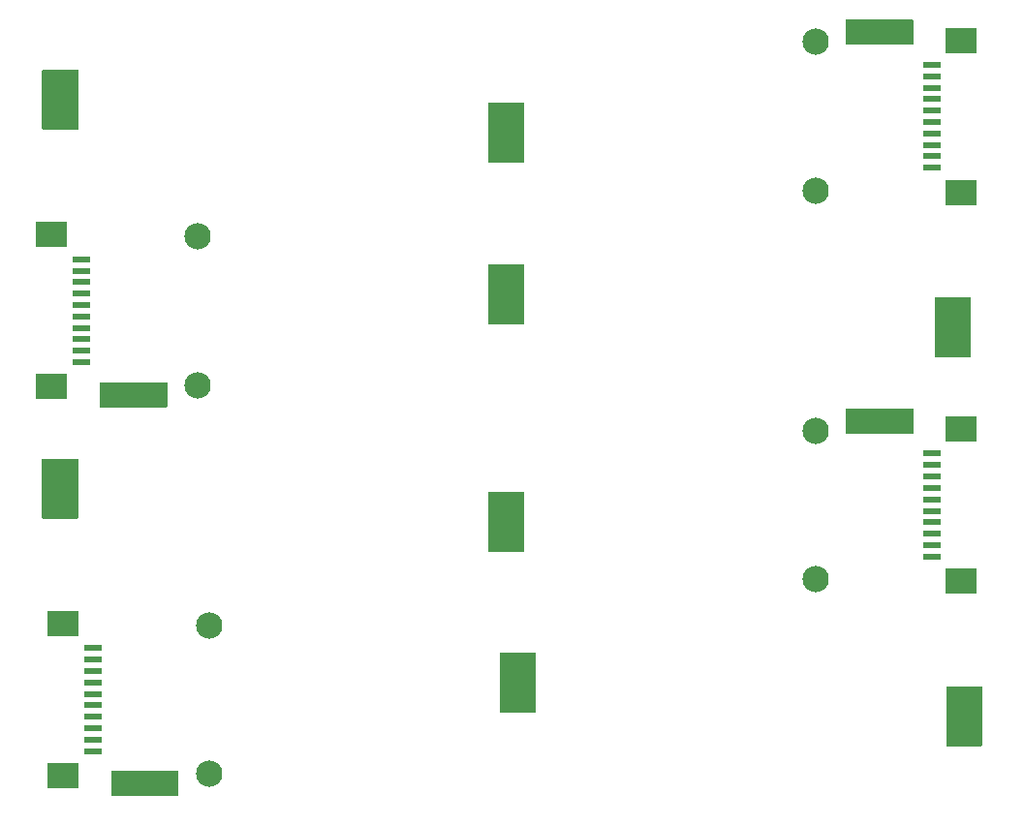
<source format=gbs>
%MOIN*%
%OFA0B0*%
%FSLAX34Y34*%
%IPPOS*%
%LPD*%
%AMOC8*
5,1,8,0,0,$1,22.5*%
%AMOC80*
5,1,8,0,0,$1,22.5*%
%AMOC81*
5,1,8,0,0,$1,112.5*%
%AMOC80*
5,1,8,0,0,$1,-67.5*%
%AMOC81*
5,1,8,0,0,$1,112.5*%
%AMOC80*
5,1,8,0,0,$1,-67.5*%
%ADD10C,0.090677165354330708*%
%ADD11R,0.059181102362204731X0.019811023622047244*%
%ADD12R,0.1064251968503937X0.086740157480314953*%
%ADD13R,0.12204724409448819X0.062992125984251982*%
%ADD14C,0.090677165354330708*%
%ADD15R,0.059181102362204731X0.019811023622047244*%
%ADD16R,0.1064251968503937X0.086740157480314953*%
%ADD17R,0.12204724409448819X0.062992125984251982*%
%ADD18C,0.090677165354330708*%
%ADD19R,0.059181102362204731X0.019811023622047244*%
%ADD20R,0.1064251968503937X0.086740157480314953*%
%ADD21R,0.12204724409448819X0.062992125984251982*%
%ADD22C,0.090677165354330708*%
%ADD23R,0.059181102362204731X0.019811023622047244*%
%ADD24R,0.1064251968503937X0.086740157480314953*%
%ADD25R,0.12204724409448819X0.062992125984251982*%
G75*
G01*
G04 next file*
G04 EAGLE Gerber RS-274X export*
G75*
G01*
G04 next file*
G04 EAGLE Gerber RS-274X export*
G75*
G01*
G36*
X0005344Y0033859D02*
X0005344Y0033859D01*
X0005344Y0033859D01*
X0005344Y0033863D01*
X0005343Y0033867D01*
X0005342Y0033868D01*
X0005342Y0033869D01*
X0005340Y0033872D01*
X0005338Y0033876D01*
X0005338Y0033876D01*
X0005337Y0033877D01*
X0005334Y0033880D01*
X0005331Y0033883D01*
X0005331Y0033883D01*
X0005330Y0033883D01*
X0005326Y0033885D01*
X0005322Y0033887D01*
X0005322Y0033887D01*
X0005321Y0033887D01*
X0005314Y0033888D01*
X0004133Y0033888D01*
X0004133Y0033888D01*
X0004132Y0033888D01*
X0004128Y0033887D01*
X0004124Y0033886D01*
X0004123Y0033886D01*
X0004122Y0033886D01*
X0004119Y0033884D01*
X0004115Y0033882D01*
X0004115Y0033881D01*
X0004114Y0033881D01*
X0004111Y0033878D01*
X0004109Y0033875D01*
X0004108Y0033874D01*
X0004108Y0033873D01*
X0004106Y0033870D01*
X0004104Y0033866D01*
X0004104Y0033865D01*
X0004104Y0033864D01*
X0004103Y0033858D01*
X0004103Y0031850D01*
X0004103Y0031849D01*
X0004103Y0031848D01*
X0004104Y0031844D01*
X0004105Y0031840D01*
X0004105Y0031840D01*
X0004105Y0031839D01*
X0004108Y0031835D01*
X0004110Y0031832D01*
X0004110Y0031831D01*
X0004110Y0031831D01*
X0004114Y0031828D01*
X0004117Y0031825D01*
X0004117Y0031825D01*
X0004118Y0031824D01*
X0004122Y0031823D01*
X0004125Y0031821D01*
X0004126Y0031821D01*
X0004127Y0031821D01*
X0004133Y0031820D01*
X0005314Y0031820D01*
X0005315Y0031820D01*
X0005316Y0031820D01*
X0005320Y0031821D01*
X0005324Y0031822D01*
X0005325Y0031822D01*
X0005325Y0031822D01*
X0005329Y0031824D01*
X0005333Y0031826D01*
X0005333Y0031827D01*
X0005334Y0031827D01*
X0005336Y0031830D01*
X0005339Y0031833D01*
X0005340Y0031834D01*
X0005340Y0031834D01*
X0005342Y0031838D01*
X0005343Y0031842D01*
X0005343Y0031843D01*
X0005344Y0031843D01*
X0005344Y0031850D01*
X0005344Y0033858D01*
X0005344Y0033859D01*
G37*
G36*
X0020699Y0032717D02*
X0020699Y0032717D01*
X0020699Y0032718D01*
X0020698Y0032722D01*
X0020697Y0032726D01*
X0020697Y0032726D01*
X0020697Y0032727D01*
X0020695Y0032731D01*
X0020693Y0032734D01*
X0020692Y0032735D01*
X0020692Y0032735D01*
X0020689Y0032738D01*
X0020686Y0032741D01*
X0020685Y0032741D01*
X0020684Y0032742D01*
X0020681Y0032743D01*
X0020677Y0032745D01*
X0020676Y0032745D01*
X0020675Y0032745D01*
X0020669Y0032746D01*
X0019488Y0032746D01*
X0019487Y0032746D01*
X0019486Y0032746D01*
X0019482Y0032745D01*
X0019478Y0032744D01*
X0019477Y0032744D01*
X0019477Y0032744D01*
X0019473Y0032742D01*
X0019470Y0032740D01*
X0019469Y0032739D01*
X0019468Y0032739D01*
X0019466Y0032736D01*
X0019463Y0032733D01*
X0019463Y0032732D01*
X0019462Y0032732D01*
X0019461Y0032728D01*
X0019459Y0032724D01*
X0019459Y0032723D01*
X0019458Y0032723D01*
X0019458Y0032716D01*
X0019458Y0030708D01*
X0019458Y0030707D01*
X0019458Y0030707D01*
X0019459Y0030703D01*
X0019459Y0030699D01*
X0019460Y0030698D01*
X0019460Y0030697D01*
X0019462Y0030694D01*
X0019464Y0030690D01*
X0019464Y0030690D01*
X0019465Y0030689D01*
X0019468Y0030686D01*
X0019471Y0030683D01*
X0019472Y0030683D01*
X0019472Y0030683D01*
X0019476Y0030681D01*
X0019480Y0030679D01*
X0019480Y0030679D01*
X0019481Y0030679D01*
X0019488Y0030678D01*
X0020669Y0030678D01*
X0020670Y0030678D01*
X0020670Y0030678D01*
X0020674Y0030679D01*
X0020678Y0030680D01*
X0020679Y0030680D01*
X0020680Y0030680D01*
X0020683Y0030682D01*
X0020687Y0030684D01*
X0020687Y0030685D01*
X0020688Y0030685D01*
X0020691Y0030688D01*
X0020694Y0030691D01*
X0020694Y0030692D01*
X0020694Y0030693D01*
X0020696Y0030696D01*
X0020698Y0030700D01*
X0020698Y0030701D01*
X0020698Y0030702D01*
X0020699Y0030708D01*
X0020699Y0032716D01*
X0020699Y0032717D01*
G37*
G36*
X0034074Y0035590D02*
X0034074Y0035590D01*
X0034074Y0035591D01*
X0034073Y0035594D01*
X0034073Y0035598D01*
X0034073Y0035598D01*
X0034072Y0035598D01*
X0034070Y0035601D01*
X0034068Y0035604D01*
X0034068Y0035604D01*
X0034068Y0035605D01*
X0034065Y0035606D01*
X0034062Y0035608D01*
X0034061Y0035608D01*
X0034061Y0035609D01*
X0034055Y0035610D01*
X0031771Y0035610D01*
X0031771Y0035610D01*
X0031770Y0035610D01*
X0031767Y0035609D01*
X0031763Y0035608D01*
X0031763Y0035608D01*
X0031763Y0035608D01*
X0031760Y0035606D01*
X0031757Y0035604D01*
X0031757Y0035603D01*
X0031757Y0035603D01*
X0031755Y0035600D01*
X0031753Y0035597D01*
X0031753Y0035597D01*
X0031753Y0035597D01*
X0031752Y0035590D01*
X0031752Y0034763D01*
X0031752Y0034763D01*
X0031752Y0034763D01*
X0031752Y0034759D01*
X0031753Y0034756D01*
X0031753Y0034755D01*
X0031753Y0034755D01*
X0031755Y0034752D01*
X0031757Y0034749D01*
X0031758Y0034749D01*
X0031758Y0034749D01*
X0031761Y0034747D01*
X0031764Y0034745D01*
X0031764Y0034745D01*
X0031765Y0034745D01*
X0031771Y0034744D01*
X0034055Y0034744D01*
X0034055Y0034744D01*
X0034055Y0034744D01*
X0034059Y0034744D01*
X0034062Y0034745D01*
X0034063Y0034745D01*
X0034063Y0034745D01*
X0034066Y0034748D01*
X0034069Y0034750D01*
X0034069Y0034750D01*
X0034069Y0034750D01*
X0034071Y0034753D01*
X0034073Y0034756D01*
X0034073Y0034757D01*
X0034073Y0034757D01*
X0034074Y0034763D01*
X0034074Y0035590D01*
X0034074Y0035590D01*
G37*
D10*
X0030708Y0029724D03*
X0030708Y0034842D03*
D11*
X0034704Y0034055D03*
X0034704Y0033661D03*
X0034704Y0033267D03*
X0034704Y0032874D03*
X0034704Y0032480D03*
X0034704Y0032086D03*
X0034704Y0031692D03*
X0034704Y0031299D03*
X0034704Y0030905D03*
X0034704Y0030511D03*
D12*
X0035728Y0029665D03*
X0035728Y0034901D03*
D13*
X0004724Y0033070D03*
X0020078Y0031496D03*
G04 next file*
G04 EAGLE Gerber RS-274X export*
G75*
G01*
G36*
X0034812Y0024014D02*
X0034812Y0024014D01*
X0034812Y0024014D01*
X0034813Y0024010D01*
X0034814Y0024006D01*
X0034814Y0024005D01*
X0034814Y0024004D01*
X0034816Y0024001D01*
X0034818Y0023997D01*
X0034819Y0023997D01*
X0034819Y0023996D01*
X0034822Y0023993D01*
X0034825Y0023990D01*
X0034826Y0023990D01*
X0034826Y0023990D01*
X0034830Y0023988D01*
X0034834Y0023986D01*
X0034835Y0023986D01*
X0034835Y0023986D01*
X0034842Y0023985D01*
X0036023Y0023985D01*
X0036024Y0023985D01*
X0036025Y0023985D01*
X0036029Y0023986D01*
X0036033Y0023987D01*
X0036033Y0023987D01*
X0036034Y0023987D01*
X0036038Y0023989D01*
X0036041Y0023991D01*
X0036042Y0023992D01*
X0036042Y0023992D01*
X0036045Y0023995D01*
X0036048Y0023998D01*
X0036048Y0023999D01*
X0036049Y0024000D01*
X0036050Y0024003D01*
X0036052Y0024007D01*
X0036052Y0024008D01*
X0036052Y0024009D01*
X0036053Y0024015D01*
X0036053Y0026023D01*
X0036053Y0026024D01*
X0036053Y0026025D01*
X0036052Y0026029D01*
X0036052Y0026033D01*
X0036051Y0026033D01*
X0036051Y0026034D01*
X0036049Y0026038D01*
X0036047Y0026041D01*
X0036046Y0026042D01*
X0036046Y0026042D01*
X0036043Y0026045D01*
X0036040Y0026048D01*
X0036039Y0026048D01*
X0036039Y0026049D01*
X0036035Y0026050D01*
X0036031Y0026052D01*
X0036030Y0026052D01*
X0036030Y0026052D01*
X0036023Y0026053D01*
X0034842Y0026053D01*
X0034841Y0026053D01*
X0034840Y0026053D01*
X0034836Y0026052D01*
X0034832Y0026052D01*
X0034832Y0026051D01*
X0034831Y0026051D01*
X0034827Y0026049D01*
X0034824Y0026047D01*
X0034823Y0026046D01*
X0034823Y0026046D01*
X0034820Y0026043D01*
X0034817Y0026040D01*
X0034817Y0026039D01*
X0034816Y0026039D01*
X0034815Y0026035D01*
X0034813Y0026031D01*
X0034813Y0026030D01*
X0034813Y0026030D01*
X0034812Y0026023D01*
X0034812Y0024015D01*
X0034812Y0024014D01*
G37*
G36*
X0019458Y0025156D02*
X0019458Y0025156D01*
X0019458Y0025155D01*
X0019459Y0025151D01*
X0019459Y0025147D01*
X0019460Y0025147D01*
X0019460Y0025146D01*
X0019462Y0025142D01*
X0019464Y0025139D01*
X0019464Y0025138D01*
X0019465Y0025138D01*
X0019468Y0025135D01*
X0019471Y0025132D01*
X0019472Y0025132D01*
X0019472Y0025131D01*
X0019476Y0025130D01*
X0019480Y0025128D01*
X0019480Y0025128D01*
X0019481Y0025128D01*
X0019488Y0025127D01*
X0020669Y0025127D01*
X0020670Y0025127D01*
X0020670Y0025127D01*
X0020674Y0025128D01*
X0020678Y0025129D01*
X0020679Y0025129D01*
X0020680Y0025129D01*
X0020683Y0025131D01*
X0020687Y0025133D01*
X0020687Y0025134D01*
X0020688Y0025134D01*
X0020691Y0025137D01*
X0020694Y0025140D01*
X0020694Y0025141D01*
X0020694Y0025141D01*
X0020696Y0025145D01*
X0020698Y0025149D01*
X0020698Y0025150D01*
X0020698Y0025150D01*
X0020699Y0025157D01*
X0020699Y0027165D01*
X0020699Y0027166D01*
X0020699Y0027166D01*
X0020698Y0027170D01*
X0020697Y0027174D01*
X0020697Y0027175D01*
X0020697Y0027176D01*
X0020695Y0027179D01*
X0020693Y0027183D01*
X0020692Y0027184D01*
X0020692Y0027184D01*
X0020689Y0027187D01*
X0020686Y0027190D01*
X0020685Y0027190D01*
X0020684Y0027190D01*
X0020681Y0027192D01*
X0020677Y0027194D01*
X0020676Y0027194D01*
X0020675Y0027194D01*
X0020669Y0027195D01*
X0019488Y0027195D01*
X0019487Y0027195D01*
X0019486Y0027195D01*
X0019482Y0027194D01*
X0019478Y0027193D01*
X0019477Y0027193D01*
X0019477Y0027193D01*
X0019473Y0027191D01*
X0019470Y0027189D01*
X0019469Y0027188D01*
X0019468Y0027188D01*
X0019466Y0027185D01*
X0019463Y0027182D01*
X0019463Y0027181D01*
X0019462Y0027180D01*
X0019461Y0027177D01*
X0019459Y0027173D01*
X0019459Y0027172D01*
X0019458Y0027171D01*
X0019458Y0027165D01*
X0019458Y0025157D01*
X0019458Y0025156D01*
G37*
G36*
X0006082Y0022283D02*
X0006082Y0022283D01*
X0006082Y0022282D01*
X0006083Y0022279D01*
X0006084Y0022275D01*
X0006084Y0022275D01*
X0006084Y0022275D01*
X0006086Y0022272D01*
X0006088Y0022269D01*
X0006088Y0022269D01*
X0006089Y0022268D01*
X0006092Y0022267D01*
X0006095Y0022265D01*
X0006095Y0022265D01*
X0006095Y0022264D01*
X0006102Y0022263D01*
X0008385Y0022263D01*
X0008386Y0022263D01*
X0008386Y0022263D01*
X0008389Y0022264D01*
X0008393Y0022265D01*
X0008393Y0022265D01*
X0008394Y0022265D01*
X0008396Y0022267D01*
X0008399Y0022269D01*
X0008400Y0022270D01*
X0008400Y0022270D01*
X0008402Y0022273D01*
X0008404Y0022276D01*
X0008404Y0022276D01*
X0008404Y0022277D01*
X0008405Y0022283D01*
X0008405Y0023110D01*
X0008405Y0023110D01*
X0008405Y0023110D01*
X0008404Y0023114D01*
X0008403Y0023117D01*
X0008403Y0023118D01*
X0008403Y0023118D01*
X0008401Y0023121D01*
X0008399Y0023124D01*
X0008399Y0023124D01*
X0008399Y0023124D01*
X0008395Y0023126D01*
X0008392Y0023128D01*
X0008392Y0023128D01*
X0008392Y0023128D01*
X0008385Y0023129D01*
X0006102Y0023129D01*
X0006102Y0023129D01*
X0006101Y0023129D01*
X0006098Y0023129D01*
X0006094Y0023128D01*
X0006094Y0023128D01*
X0006094Y0023128D01*
X0006091Y0023125D01*
X0006088Y0023123D01*
X0006088Y0023123D01*
X0006087Y0023123D01*
X0006085Y0023120D01*
X0006084Y0023117D01*
X0006083Y0023116D01*
X0006083Y0023116D01*
X0006082Y0023110D01*
X0006082Y0022283D01*
X0006082Y0022283D01*
G37*
D14*
X0009448Y0028149D03*
X0009448Y0023031D03*
D15*
X0005452Y0023818D03*
X0005452Y0024212D03*
X0005452Y0024606D03*
X0005452Y0025000D03*
X0005452Y0025393D03*
X0005452Y0025787D03*
X0005452Y0026181D03*
X0005452Y0026574D03*
X0005452Y0026968D03*
X0005452Y0027362D03*
D16*
X0004429Y0028208D03*
X0004429Y0022972D03*
D17*
X0035433Y0024803D03*
X0020078Y0026377D03*
G04 next file*
G04 EAGLE Gerber RS-274X export*
G75*
G01*
G36*
X0005344Y0020473D02*
X0005344Y0020473D01*
X0005344Y0020473D01*
X0005344Y0020477D01*
X0005343Y0020482D01*
X0005342Y0020482D01*
X0005342Y0020483D01*
X0005340Y0020486D01*
X0005338Y0020490D01*
X0005338Y0020491D01*
X0005337Y0020491D01*
X0005334Y0020494D01*
X0005331Y0020497D01*
X0005331Y0020497D01*
X0005330Y0020498D01*
X0005326Y0020499D01*
X0005322Y0020501D01*
X0005322Y0020501D01*
X0005321Y0020501D01*
X0005314Y0020502D01*
X0004133Y0020502D01*
X0004133Y0020502D01*
X0004132Y0020502D01*
X0004128Y0020501D01*
X0004124Y0020500D01*
X0004123Y0020500D01*
X0004122Y0020500D01*
X0004119Y0020498D01*
X0004115Y0020496D01*
X0004115Y0020495D01*
X0004114Y0020495D01*
X0004111Y0020492D01*
X0004109Y0020489D01*
X0004108Y0020488D01*
X0004108Y0020487D01*
X0004106Y0020484D01*
X0004104Y0020480D01*
X0004104Y0020479D01*
X0004104Y0020479D01*
X0004103Y0020472D01*
X0004103Y0018464D01*
X0004103Y0018463D01*
X0004103Y0018463D01*
X0004104Y0018459D01*
X0004105Y0018455D01*
X0004105Y0018454D01*
X0004105Y0018453D01*
X0004108Y0018450D01*
X0004110Y0018446D01*
X0004110Y0018445D01*
X0004110Y0018445D01*
X0004114Y0018442D01*
X0004117Y0018439D01*
X0004117Y0018439D01*
X0004118Y0018438D01*
X0004122Y0018437D01*
X0004125Y0018435D01*
X0004126Y0018435D01*
X0004127Y0018435D01*
X0004133Y0018434D01*
X0005314Y0018434D01*
X0005315Y0018434D01*
X0005316Y0018434D01*
X0005320Y0018435D01*
X0005324Y0018436D01*
X0005325Y0018436D01*
X0005325Y0018436D01*
X0005329Y0018438D01*
X0005333Y0018440D01*
X0005333Y0018441D01*
X0005334Y0018441D01*
X0005336Y0018444D01*
X0005339Y0018447D01*
X0005340Y0018448D01*
X0005340Y0018449D01*
X0005342Y0018452D01*
X0005343Y0018456D01*
X0005343Y0018457D01*
X0005344Y0018457D01*
X0005344Y0018464D01*
X0005344Y0020472D01*
X0005344Y0020473D01*
G37*
G36*
X0020699Y0019331D02*
X0020699Y0019331D01*
X0020699Y0019332D01*
X0020698Y0019336D01*
X0020697Y0019340D01*
X0020697Y0019340D01*
X0020697Y0019341D01*
X0020695Y0019345D01*
X0020693Y0019348D01*
X0020692Y0019349D01*
X0020692Y0019350D01*
X0020689Y0019352D01*
X0020686Y0019355D01*
X0020685Y0019355D01*
X0020684Y0019356D01*
X0020681Y0019357D01*
X0020677Y0019359D01*
X0020676Y0019359D01*
X0020675Y0019359D01*
X0020669Y0019360D01*
X0019488Y0019360D01*
X0019487Y0019360D01*
X0019486Y0019360D01*
X0019482Y0019359D01*
X0019478Y0019359D01*
X0019477Y0019358D01*
X0019477Y0019358D01*
X0019473Y0019356D01*
X0019470Y0019354D01*
X0019469Y0019354D01*
X0019468Y0019353D01*
X0019466Y0019350D01*
X0019463Y0019347D01*
X0019463Y0019346D01*
X0019462Y0019346D01*
X0019461Y0019342D01*
X0019459Y0019338D01*
X0019459Y0019337D01*
X0019458Y0019337D01*
X0019458Y0019330D01*
X0019458Y0017322D01*
X0019458Y0017322D01*
X0019458Y0017321D01*
X0019459Y0017317D01*
X0019459Y0017313D01*
X0019460Y0017312D01*
X0019460Y0017311D01*
X0019462Y0017308D01*
X0019464Y0017304D01*
X0019464Y0017304D01*
X0019465Y0017303D01*
X0019468Y0017300D01*
X0019471Y0017298D01*
X0019472Y0017297D01*
X0019472Y0017297D01*
X0019476Y0017295D01*
X0019480Y0017293D01*
X0019480Y0017293D01*
X0019481Y0017293D01*
X0019488Y0017292D01*
X0020669Y0017292D01*
X0020670Y0017292D01*
X0020670Y0017292D01*
X0020674Y0017293D01*
X0020678Y0017294D01*
X0020679Y0017294D01*
X0020680Y0017294D01*
X0020683Y0017297D01*
X0020687Y0017298D01*
X0020687Y0017299D01*
X0020688Y0017299D01*
X0020691Y0017303D01*
X0020694Y0017305D01*
X0020694Y0017306D01*
X0020694Y0017307D01*
X0020696Y0017311D01*
X0020698Y0017314D01*
X0020698Y0017315D01*
X0020698Y0017316D01*
X0020699Y0017322D01*
X0020699Y0019330D01*
X0020699Y0019331D01*
G37*
G36*
X0034074Y0022205D02*
X0034074Y0022205D01*
X0034074Y0022205D01*
X0034073Y0022208D01*
X0034073Y0022212D01*
X0034073Y0022212D01*
X0034072Y0022212D01*
X0034070Y0022215D01*
X0034068Y0022218D01*
X0034068Y0022219D01*
X0034068Y0022219D01*
X0034065Y0022221D01*
X0034062Y0022223D01*
X0034061Y0022223D01*
X0034061Y0022223D01*
X0034055Y0022224D01*
X0031771Y0022224D01*
X0031771Y0022224D01*
X0031770Y0022224D01*
X0031767Y0022223D01*
X0031763Y0022222D01*
X0031763Y0022222D01*
X0031763Y0022222D01*
X0031760Y0022220D01*
X0031757Y0022218D01*
X0031757Y0022218D01*
X0031757Y0022217D01*
X0031755Y0022214D01*
X0031753Y0022211D01*
X0031753Y0022211D01*
X0031753Y0022211D01*
X0031752Y0022204D01*
X0031752Y0021377D01*
X0031752Y0021377D01*
X0031752Y0021377D01*
X0031752Y0021373D01*
X0031753Y0021370D01*
X0031753Y0021370D01*
X0031753Y0021369D01*
X0031755Y0021366D01*
X0031757Y0021363D01*
X0031758Y0021363D01*
X0031758Y0021363D01*
X0031761Y0021361D01*
X0031764Y0021359D01*
X0031764Y0021359D01*
X0031765Y0021359D01*
X0031771Y0021358D01*
X0034055Y0021358D01*
X0034055Y0021358D01*
X0034055Y0021358D01*
X0034059Y0021359D01*
X0034062Y0021359D01*
X0034063Y0021360D01*
X0034063Y0021360D01*
X0034066Y0021362D01*
X0034069Y0021364D01*
X0034069Y0021364D01*
X0034069Y0021364D01*
X0034071Y0021367D01*
X0034073Y0021370D01*
X0034073Y0021371D01*
X0034073Y0021371D01*
X0034074Y0021377D01*
X0034074Y0022204D01*
X0034074Y0022205D01*
G37*
D18*
X0030708Y0016338D03*
X0030708Y0021456D03*
D19*
X0034704Y0020669D03*
X0034704Y0020275D03*
X0034704Y0019881D03*
X0034704Y0019488D03*
X0034704Y0019094D03*
X0034704Y0018700D03*
X0034704Y0018307D03*
X0034704Y0017913D03*
X0034704Y0017519D03*
X0034704Y0017125D03*
D20*
X0035728Y0016279D03*
X0035728Y0021515D03*
D21*
X0004724Y0019685D03*
X0020078Y0018110D03*
G04 next file*
G04 EAGLE Gerber RS-274X export*
G75*
G01*
G36*
X0035206Y0010629D02*
X0035206Y0010629D01*
X0035206Y0010628D01*
X0035207Y0010624D01*
X0035207Y0010620D01*
X0035208Y0010619D01*
X0035208Y0010618D01*
X0035210Y0010615D01*
X0035212Y0010611D01*
X0035212Y0010611D01*
X0035213Y0010610D01*
X0035216Y0010607D01*
X0035219Y0010605D01*
X0035220Y0010604D01*
X0035220Y0010604D01*
X0035224Y0010602D01*
X0035228Y0010601D01*
X0035228Y0010600D01*
X0035229Y0010600D01*
X0035236Y0010599D01*
X0036417Y0010599D01*
X0036418Y0010600D01*
X0036418Y0010600D01*
X0036422Y0010600D01*
X0036426Y0010601D01*
X0036427Y0010601D01*
X0036428Y0010602D01*
X0036431Y0010604D01*
X0036435Y0010606D01*
X0036435Y0010606D01*
X0036436Y0010607D01*
X0036439Y0010610D01*
X0036442Y0010613D01*
X0036442Y0010613D01*
X0036442Y0010614D01*
X0036444Y0010618D01*
X0036446Y0010621D01*
X0036446Y0010622D01*
X0036446Y0010623D01*
X0036447Y0010629D01*
X0036447Y0012637D01*
X0036447Y0012638D01*
X0036447Y0012639D01*
X0036446Y0012643D01*
X0036445Y0012647D01*
X0036445Y0012648D01*
X0036445Y0012648D01*
X0036443Y0012652D01*
X0036441Y0012655D01*
X0036440Y0012656D01*
X0036440Y0012657D01*
X0036437Y0012659D01*
X0036434Y0012662D01*
X0036433Y0012662D01*
X0036432Y0012663D01*
X0036429Y0012664D01*
X0036425Y0012666D01*
X0036424Y0012666D01*
X0036423Y0012667D01*
X0036417Y0012667D01*
X0035236Y0012667D01*
X0035235Y0012667D01*
X0035234Y0012667D01*
X0035230Y0012666D01*
X0035226Y0012666D01*
X0035225Y0012665D01*
X0035225Y0012665D01*
X0035221Y0012663D01*
X0035218Y0012661D01*
X0035217Y0012661D01*
X0035216Y0012660D01*
X0035214Y0012657D01*
X0035211Y0012654D01*
X0035211Y0012653D01*
X0035210Y0012653D01*
X0035209Y0012649D01*
X0035207Y0012645D01*
X0035207Y0012645D01*
X0035206Y0012644D01*
X0035206Y0012637D01*
X0035206Y0010629D01*
X0035206Y0010629D01*
G37*
G36*
X0019852Y0011770D02*
X0019852Y0011770D01*
X0019851Y0011770D01*
X0019852Y0011766D01*
X0019853Y0011762D01*
X0019853Y0011761D01*
X0019854Y0011760D01*
X0019856Y0011757D01*
X0019858Y0011753D01*
X0019858Y0011752D01*
X0019858Y0011752D01*
X0019862Y0011749D01*
X0019865Y0011746D01*
X0019865Y0011746D01*
X0019866Y0011746D01*
X0019870Y0011744D01*
X0019873Y0011742D01*
X0019874Y0011742D01*
X0019875Y0011742D01*
X0019881Y0011741D01*
X0021062Y0011741D01*
X0021063Y0011741D01*
X0021064Y0011741D01*
X0021068Y0011742D01*
X0021072Y0011743D01*
X0021073Y0011743D01*
X0021074Y0011743D01*
X0021077Y0011745D01*
X0021081Y0011747D01*
X0021081Y0011748D01*
X0021082Y0011748D01*
X0021084Y0011751D01*
X0021087Y0011754D01*
X0021088Y0011755D01*
X0021088Y0011756D01*
X0021090Y0011759D01*
X0021091Y0011763D01*
X0021091Y0011764D01*
X0021092Y0011765D01*
X0021092Y0011771D01*
X0021092Y0013779D01*
X0021092Y0013780D01*
X0021092Y0013781D01*
X0021092Y0013785D01*
X0021091Y0013789D01*
X0021091Y0013789D01*
X0021090Y0013790D01*
X0021088Y0013794D01*
X0021086Y0013797D01*
X0021086Y0013798D01*
X0021085Y0013798D01*
X0021082Y0013801D01*
X0021079Y0013804D01*
X0021079Y0013804D01*
X0021078Y0013805D01*
X0021074Y0013806D01*
X0021071Y0013808D01*
X0021070Y0013808D01*
X0021069Y0013808D01*
X0021062Y0013809D01*
X0019881Y0013809D01*
X0019881Y0013809D01*
X0019880Y0013809D01*
X0019876Y0013808D01*
X0019872Y0013807D01*
X0019871Y0013807D01*
X0019870Y0013807D01*
X0019867Y0013805D01*
X0019863Y0013803D01*
X0019863Y0013802D01*
X0019862Y0013802D01*
X0019859Y0013799D01*
X0019857Y0013796D01*
X0019856Y0013795D01*
X0019856Y0013795D01*
X0019854Y0013791D01*
X0019852Y0013787D01*
X0019852Y0013786D01*
X0019852Y0013786D01*
X0019851Y0013779D01*
X0019851Y0011771D01*
X0019852Y0011770D01*
G37*
G36*
X0006476Y0008897D02*
X0006476Y0008897D01*
X0006476Y0008896D01*
X0006477Y0008893D01*
X0006477Y0008889D01*
X0006478Y0008889D01*
X0006478Y0008889D01*
X0006480Y0008886D01*
X0006482Y0008883D01*
X0006482Y0008883D01*
X0006482Y0008883D01*
X0006485Y0008881D01*
X0006488Y0008879D01*
X0006489Y0008879D01*
X0006489Y0008879D01*
X0006496Y0008877D01*
X0008779Y0008877D01*
X0008779Y0008878D01*
X0008780Y0008877D01*
X0008783Y0008878D01*
X0008787Y0008879D01*
X0008787Y0008879D01*
X0008787Y0008879D01*
X0008790Y0008881D01*
X0008793Y0008883D01*
X0008793Y0008884D01*
X0008794Y0008884D01*
X0008795Y0008887D01*
X0008797Y0008890D01*
X0008797Y0008890D01*
X0008798Y0008891D01*
X0008799Y0008897D01*
X0008799Y0009724D01*
X0008799Y0009724D01*
X0008799Y0009725D01*
X0008798Y0009728D01*
X0008797Y0009732D01*
X0008797Y0009732D01*
X0008797Y0009732D01*
X0008795Y0009735D01*
X0008793Y0009738D01*
X0008792Y0009738D01*
X0008792Y0009738D01*
X0008789Y0009740D01*
X0008786Y0009742D01*
X0008786Y0009742D01*
X0008785Y0009742D01*
X0008779Y0009744D01*
X0006496Y0009744D01*
X0006495Y0009744D01*
X0006495Y0009744D01*
X0006491Y0009743D01*
X0006488Y0009742D01*
X0006488Y0009742D01*
X0006487Y0009742D01*
X0006484Y0009740D01*
X0006481Y0009738D01*
X0006481Y0009737D01*
X0006481Y0009737D01*
X0006479Y0009734D01*
X0006477Y0009731D01*
X0006477Y0009731D01*
X0006477Y0009730D01*
X0006476Y0009724D01*
X0006476Y0008897D01*
X0006476Y0008897D01*
G37*
D22*
X0009842Y0014763D03*
X0009842Y0009645D03*
D23*
X0005846Y0010433D03*
X0005846Y0010826D03*
X0005846Y0011220D03*
X0005846Y0011614D03*
X0005846Y0012007D03*
X0005846Y0012401D03*
X0005846Y0012795D03*
X0005846Y0013188D03*
X0005846Y0013582D03*
X0005846Y0013976D03*
D24*
X0004822Y0014822D03*
X0004822Y0009586D03*
D25*
X0035826Y0011417D03*
X0020472Y0012992D03*
M02*
</source>
